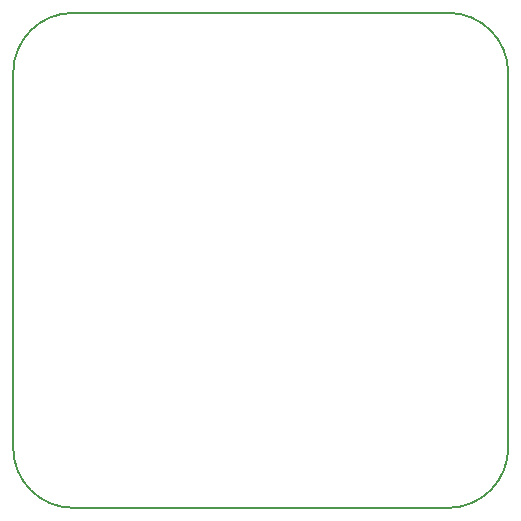
<source format=gm1>
%TF.GenerationSoftware,KiCad,Pcbnew,4.0.7*%
%TF.CreationDate,2018-07-15T20:14:50+02:00*%
%TF.ProjectId,KeyPad,4B65795061642E6B696361645F706362,v1.0*%
%TF.FileFunction,Profile,NP*%
%FSLAX46Y46*%
G04 Gerber Fmt 4.6, Leading zero omitted, Abs format (unit mm)*
G04 Created by KiCad (PCBNEW 4.0.7) date 07/15/18 20:14:50*
%MOMM*%
%LPD*%
G01*
G04 APERTURE LIST*
%ADD10C,0.127000*%
G04 APERTURE END LIST*
D10*
X3683000Y-40386000D02*
X35433000Y-40386000D01*
X3683000Y1524000D02*
X35433000Y1524000D01*
X-1397000Y-35306000D02*
X-1397000Y-3556000D01*
X-1397000Y-35306000D02*
G75*
G03X3683000Y-40386000I5080000J0D01*
G01*
X3683000Y1524000D02*
G75*
G03X-1397000Y-3556000I0J-5080000D01*
G01*
X40513000Y-3556000D02*
X40513000Y-35306000D01*
X40513000Y-3556000D02*
G75*
G03X35433000Y1524000I-5080000J0D01*
G01*
X35433000Y-40386000D02*
G75*
G03X40513000Y-35306000I0J5080000D01*
G01*
M02*

</source>
